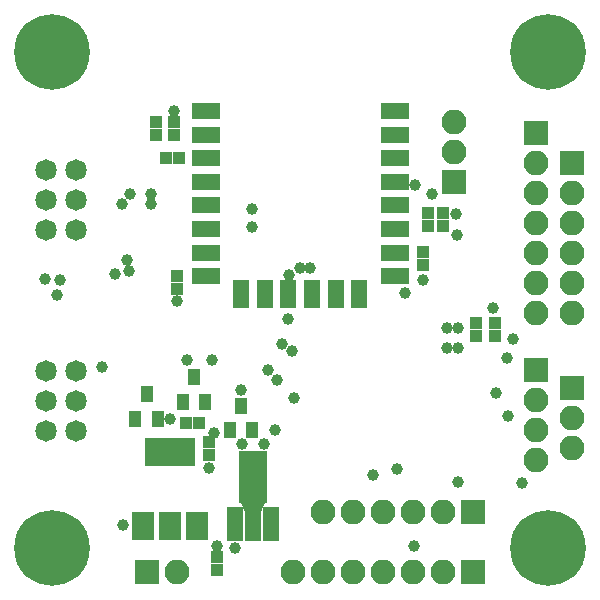
<source format=gbr>
G04 #@! TF.FileFunction,Soldermask,Top*
%FSLAX46Y46*%
G04 Gerber Fmt 4.6, Leading zero omitted, Abs format (unit mm)*
G04 Created by KiCad (PCBNEW 4.0.2+dfsg1-stable) date Sa 30 Sep 2017 16:39:42 CEST*
%MOMM*%
G01*
G04 APERTURE LIST*
%ADD10C,0.100000*%
%ADD11R,1.098500X0.999440*%
%ADD12C,6.400000*%
%ADD13R,2.100000X2.100000*%
%ADD14O,2.100000X2.100000*%
%ADD15R,0.999440X1.400760*%
%ADD16R,0.999440X1.098500*%
%ADD17R,2.400000X1.400000*%
%ADD18R,1.400000X2.400000*%
%ADD19R,1.400000X2.900000*%
%ADD20R,2.400000X4.400000*%
%ADD21R,4.200000X2.400000*%
%ADD22R,1.900000X2.400000*%
%ADD23C,1.822400*%
%ADD24C,1.000000*%
G04 APERTURE END LIST*
D10*
D11*
X114600000Y-74100000D03*
X114600000Y-73002720D03*
X118000000Y-96751360D03*
X118000000Y-97848640D03*
X117300000Y-88148640D03*
X117300000Y-87051360D03*
D12*
X104000000Y-54000000D03*
X146000000Y-54000000D03*
X146000000Y-96000000D03*
X104000000Y-96000000D03*
D13*
X138000000Y-65000000D03*
D14*
X138000000Y-62460000D03*
X138000000Y-59920000D03*
D13*
X148000000Y-82460000D03*
D14*
X148000000Y-85000000D03*
X148000000Y-87540000D03*
D13*
X145000000Y-80920000D03*
D14*
X145000000Y-83460000D03*
X145000000Y-86000000D03*
X145000000Y-88540000D03*
D13*
X148000000Y-63380000D03*
D14*
X148000000Y-65920000D03*
X148000000Y-68460000D03*
X148000000Y-71000000D03*
X148000000Y-73540000D03*
X148000000Y-76080000D03*
D13*
X145000000Y-60840000D03*
D14*
X145000000Y-63380000D03*
X145000000Y-65920000D03*
X145000000Y-68460000D03*
X145000000Y-71000000D03*
X145000000Y-73540000D03*
X145000000Y-76080000D03*
D13*
X139620000Y-93000000D03*
D14*
X137080000Y-93000000D03*
X134540000Y-93000000D03*
X132000000Y-93000000D03*
X129460000Y-93000000D03*
X126920000Y-93000000D03*
D13*
X139620000Y-98000000D03*
D14*
X137080000Y-98000000D03*
X134540000Y-98000000D03*
X132000000Y-98000000D03*
X129460000Y-98000000D03*
X126920000Y-98000000D03*
X124380000Y-98000000D03*
D13*
X112000000Y-98000000D03*
D14*
X114540000Y-98000000D03*
D15*
X111047500Y-85056640D03*
X112000000Y-82943360D03*
X112952500Y-85056640D03*
X115047500Y-83656640D03*
X116000000Y-81543360D03*
X116952500Y-83656640D03*
X119047500Y-86056640D03*
X120000000Y-83943360D03*
X120952500Y-86056640D03*
D11*
X135400000Y-72048640D03*
X135400000Y-70951360D03*
X112800000Y-61048640D03*
X112800000Y-59951360D03*
D16*
X113651360Y-63000000D03*
X114748640Y-63000000D03*
D11*
X114300000Y-59951360D03*
X114300000Y-61048640D03*
X139900000Y-78048640D03*
X139900000Y-76951360D03*
X141500000Y-78048640D03*
X141500000Y-76951360D03*
D16*
X115351360Y-85400000D03*
X116448640Y-85400000D03*
D11*
X135800000Y-67651360D03*
X135800000Y-68748640D03*
X137100000Y-67651360D03*
X137100000Y-68748640D03*
D17*
X117000000Y-73000000D03*
X117000000Y-71000000D03*
X117000000Y-69000000D03*
X117000000Y-67000000D03*
X117000000Y-65000000D03*
X117000000Y-63000000D03*
X117000000Y-61000000D03*
X117000000Y-59000000D03*
D18*
X120000000Y-74500000D03*
X122000000Y-74500000D03*
X124000000Y-74500000D03*
X126000000Y-74500000D03*
X128000000Y-74500000D03*
X130000000Y-74500000D03*
D17*
X133000000Y-73000000D03*
X133000000Y-71000000D03*
X133000000Y-69000000D03*
X133000000Y-67000000D03*
X133000000Y-65000000D03*
X133000000Y-63000000D03*
X133000000Y-61000000D03*
X133000000Y-59000000D03*
D19*
X119500000Y-93980000D03*
X121000000Y-93980000D03*
X122500000Y-93980000D03*
D20*
X121000000Y-90020000D03*
D10*
G36*
X122200000Y-91795000D02*
X121700000Y-92945000D01*
X120300000Y-92945000D01*
X119800000Y-91795000D01*
X122200000Y-91795000D01*
X122200000Y-91795000D01*
G37*
D21*
X114000000Y-87850000D03*
D22*
X114000000Y-94150000D03*
X116300000Y-94150000D03*
X111700000Y-94150000D03*
D23*
X106000000Y-69080000D03*
X103460000Y-69080000D03*
X106000000Y-66540000D03*
X103460000Y-66540000D03*
X106000000Y-64000000D03*
X103460000Y-64000000D03*
X106000000Y-86080000D03*
X103460000Y-86080000D03*
X106000000Y-83540000D03*
X103460000Y-83540000D03*
X106000000Y-81000000D03*
X103460000Y-81000000D03*
D24*
X118000000Y-95800000D03*
X117300000Y-89200000D03*
X135400000Y-73300000D03*
X133900000Y-74400000D03*
X114600000Y-75100000D03*
X119500000Y-96000000D03*
X110000000Y-94100000D03*
X114000000Y-85100000D03*
X114300000Y-59000000D03*
X141300000Y-75700000D03*
X141600000Y-82900000D03*
X124500000Y-83300000D03*
X120000000Y-82600000D03*
X104400000Y-74600000D03*
X115399980Y-80100000D03*
X117500000Y-80100000D03*
X137400000Y-77400000D03*
X137400000Y-79100000D03*
X103400000Y-73200000D03*
X110599969Y-66000000D03*
X112400020Y-66000000D03*
X142599991Y-84789771D03*
X138300000Y-69500000D03*
X138400000Y-77400000D03*
X138400000Y-79100000D03*
X138200000Y-67700000D03*
X134700000Y-65300000D03*
X136200000Y-66000000D03*
X134600000Y-95799980D03*
X104700000Y-73300000D03*
X112400020Y-66900000D03*
X109900000Y-66900000D03*
X142500000Y-79899980D03*
X110474272Y-72574285D03*
X124975722Y-72324278D03*
X143000000Y-78300000D03*
X143800031Y-90523055D03*
X138400000Y-90400000D03*
X108200000Y-80700000D03*
X109300000Y-72800000D03*
X110300000Y-71600000D03*
X125800000Y-72300000D03*
X131142872Y-89857128D03*
X133200000Y-89300000D03*
X120900000Y-68800000D03*
X120900000Y-67300000D03*
X123042872Y-81757128D03*
X122900020Y-86000000D03*
X124100000Y-72900020D03*
X124000000Y-76600000D03*
X117705083Y-86254765D03*
X124300000Y-79300000D03*
X122242872Y-80957128D03*
X120100000Y-87200000D03*
X121900000Y-87200000D03*
X123500000Y-78700000D03*
M02*

</source>
